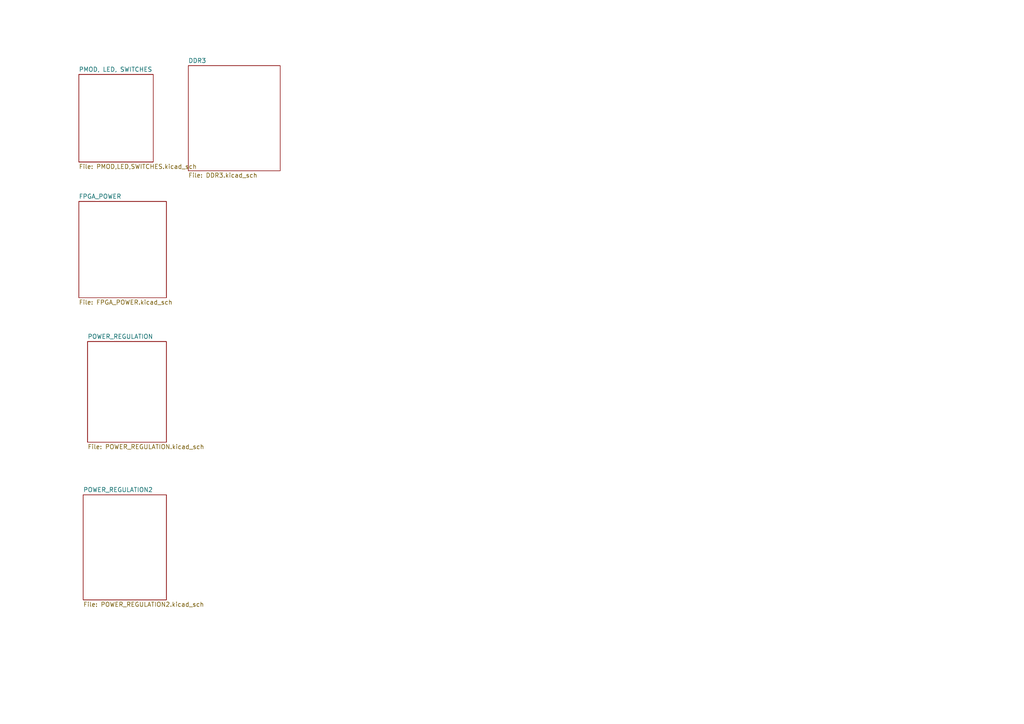
<source format=kicad_sch>
(kicad_sch
	(version 20231120)
	(generator "eeschema")
	(generator_version "8.0")
	(uuid "4a327bdf-04e5-4836-9c0a-5fb801c23f64")
	(paper "A4")
	(lib_symbols)
	(sheet
		(at 22.86 58.42)
		(size 25.4 27.94)
		(fields_autoplaced yes)
		(stroke
			(width 0.1524)
			(type solid)
		)
		(fill
			(color 0 0 0 0.0000)
		)
		(uuid "3f46cb45-eb17-47b3-80fe-652bae208432")
		(property "Sheetname" "FPGA_POWER"
			(at 22.86 57.7084 0)
			(effects
				(font
					(size 1.27 1.27)
				)
				(justify left bottom)
			)
		)
		(property "Sheetfile" "FPGA_POWER.kicad_sch"
			(at 22.86 86.9446 0)
			(effects
				(font
					(size 1.27 1.27)
				)
				(justify left top)
			)
		)
		(instances
			(project "FPGA-BOARDver3"
				(path "/4a327bdf-04e5-4836-9c0a-5fb801c23f64"
					(page "3")
				)
			)
		)
	)
	(sheet
		(at 22.86 21.59)
		(size 21.59 25.4)
		(fields_autoplaced yes)
		(stroke
			(width 0.1524)
			(type solid)
		)
		(fill
			(color 0 0 0 0.0000)
		)
		(uuid "5a9925ef-674c-4958-88af-e33ebdc9aaaa")
		(property "Sheetname" "PMOD, LED, SWITCHES"
			(at 22.86 20.8784 0)
			(effects
				(font
					(size 1.27 1.27)
				)
				(justify left bottom)
			)
		)
		(property "Sheetfile" "PMOD,LED,SWITCHES.kicad_sch"
			(at 22.86 47.5746 0)
			(effects
				(font
					(size 1.27 1.27)
				)
				(justify left top)
			)
		)
		(instances
			(project "FPGA-BOARDver3"
				(path "/4a327bdf-04e5-4836-9c0a-5fb801c23f64"
					(page "4")
				)
			)
		)
	)
	(sheet
		(at 25.4 99.06)
		(size 22.86 29.21)
		(fields_autoplaced yes)
		(stroke
			(width 0.1524)
			(type solid)
		)
		(fill
			(color 0 0 0 0.0000)
		)
		(uuid "8f1e02ad-76ee-4ea2-a502-887476bcc94b")
		(property "Sheetname" "POWER_REGULATION"
			(at 25.4 98.3484 0)
			(effects
				(font
					(size 1.27 1.27)
				)
				(justify left bottom)
			)
		)
		(property "Sheetfile" "POWER_REGULATION.kicad_sch"
			(at 25.4 128.8546 0)
			(effects
				(font
					(size 1.27 1.27)
				)
				(justify left top)
			)
		)
		(instances
			(project "FPGA-BOARDver3"
				(path "/4a327bdf-04e5-4836-9c0a-5fb801c23f64"
					(page "1")
				)
			)
		)
	)
	(sheet
		(at 24.13 143.51)
		(size 24.13 30.48)
		(fields_autoplaced yes)
		(stroke
			(width 0.1524)
			(type solid)
		)
		(fill
			(color 0 0 0 0.0000)
		)
		(uuid "96f87610-c13d-493b-977a-68dc2191f3d9")
		(property "Sheetname" "POWER_REGULATION2"
			(at 24.13 142.7984 0)
			(effects
				(font
					(size 1.27 1.27)
				)
				(justify left bottom)
			)
		)
		(property "Sheetfile" "POWER_REGULATION2.kicad_sch"
			(at 24.13 174.5746 0)
			(effects
				(font
					(size 1.27 1.27)
				)
				(justify left top)
			)
		)
		(instances
			(project "FPGA-BOARDver3"
				(path "/4a327bdf-04e5-4836-9c0a-5fb801c23f64"
					(page "2")
				)
			)
		)
	)
	(sheet
		(at 54.61 19.05)
		(size 26.67 30.48)
		(fields_autoplaced yes)
		(stroke
			(width 0.1524)
			(type solid)
		)
		(fill
			(color 0 0 0 0.0000)
		)
		(uuid "fde6fc46-317b-4234-bd09-93bac36f032a")
		(property "Sheetname" "DDR3"
			(at 54.61 18.3384 0)
			(effects
				(font
					(size 1.27 1.27)
				)
				(justify left bottom)
			)
		)
		(property "Sheetfile" "DDR3.kicad_sch"
			(at 54.61 50.1146 0)
			(effects
				(font
					(size 1.27 1.27)
				)
				(justify left top)
			)
		)
		(instances
			(project "FPGA-BOARDver3"
				(path "/4a327bdf-04e5-4836-9c0a-5fb801c23f64"
					(page "4")
				)
			)
		)
	)
	(sheet_instances
		(path "/"
			(page "1")
		)
	)
)

</source>
